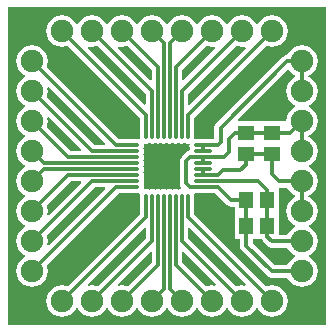
<source format=gtl>
%FSLAX24Y24*%
%MOIN*%
G70*
G01*
G75*
G04 Layer_Physical_Order=1*
G04 Layer_Color=255*
%ADD10R,0.0551X0.0472*%
%ADD11R,0.0472X0.0551*%
%ADD12O,0.0630X0.0118*%
%ADD13O,0.0118X0.0630*%
%ADD14C,0.0118*%
%ADD15C,0.0750*%
G36*
X16296Y3704D02*
X5704D01*
Y14296D01*
X16296D01*
Y3704D01*
D02*
G37*
%LPC*%
G36*
X14500Y14030D02*
X14363Y14011D01*
X14235Y13959D01*
X14126Y13874D01*
X14041Y13765D01*
X14025Y13725D01*
X13975D01*
X13959Y13765D01*
X13874Y13874D01*
X13765Y13959D01*
X13637Y14011D01*
X13500Y14030D01*
X13363Y14011D01*
X13235Y13959D01*
X13126Y13874D01*
X13041Y13765D01*
X13025Y13725D01*
X12975D01*
X12959Y13765D01*
X12874Y13874D01*
X12765Y13959D01*
X12637Y14011D01*
X12500Y14030D01*
X12363Y14011D01*
X12235Y13959D01*
X12126Y13874D01*
X12041Y13765D01*
X12025Y13725D01*
X11975D01*
X11959Y13765D01*
X11874Y13874D01*
X11765Y13959D01*
X11637Y14011D01*
X11500Y14030D01*
X11363Y14011D01*
X11235Y13959D01*
X11126Y13874D01*
X11041Y13765D01*
X11025Y13725D01*
X10975D01*
X10959Y13765D01*
X10874Y13874D01*
X10765Y13959D01*
X10637Y14011D01*
X10500Y14030D01*
X10363Y14011D01*
X10235Y13959D01*
X10126Y13874D01*
X10041Y13765D01*
X10025Y13725D01*
X9975D01*
X9959Y13765D01*
X9874Y13874D01*
X9765Y13959D01*
X9637Y14011D01*
X9500Y14030D01*
X9363Y14011D01*
X9235Y13959D01*
X9126Y13874D01*
X9041Y13765D01*
X9025Y13725D01*
X8975D01*
X8959Y13765D01*
X8874Y13874D01*
X8765Y13959D01*
X8637Y14011D01*
X8500Y14030D01*
X8363Y14011D01*
X8235Y13959D01*
X8126Y13874D01*
X8041Y13765D01*
X8025Y13725D01*
X7975D01*
X7959Y13765D01*
X7874Y13874D01*
X7765Y13959D01*
X7637Y14011D01*
X7500Y14030D01*
X7363Y14011D01*
X7235Y13959D01*
X7126Y13874D01*
X7041Y13765D01*
X6989Y13637D01*
X6970Y13500D01*
X6989Y13363D01*
X7041Y13235D01*
X7126Y13126D01*
X7235Y13041D01*
X7363Y12989D01*
X7500Y12970D01*
X7637Y12989D01*
X7689Y13010D01*
X10098Y10601D01*
Y10476D01*
Y10220D01*
Y9965D01*
X10105Y9931D01*
X10069Y9895D01*
X10035Y9902D01*
X9399D01*
X6990Y12311D01*
X7011Y12363D01*
X7030Y12500D01*
X7011Y12637D01*
X6959Y12765D01*
X6874Y12874D01*
X6765Y12959D01*
X6637Y13011D01*
X6500Y13030D01*
X6363Y13011D01*
X6235Y12959D01*
X6126Y12874D01*
X6041Y12765D01*
X5989Y12637D01*
X5970Y12500D01*
X5989Y12363D01*
X6041Y12235D01*
X6126Y12126D01*
X6235Y12041D01*
X6275Y12025D01*
Y11975D01*
X6235Y11959D01*
X6126Y11874D01*
X6041Y11765D01*
X5989Y11637D01*
X5970Y11500D01*
X5989Y11363D01*
X6041Y11235D01*
X6126Y11126D01*
X6235Y11041D01*
X6275Y11025D01*
Y10975D01*
X6235Y10959D01*
X6126Y10874D01*
X6041Y10765D01*
X5989Y10637D01*
X5970Y10500D01*
X5989Y10363D01*
X6041Y10235D01*
X6126Y10126D01*
X6235Y10041D01*
X6275Y10025D01*
Y9975D01*
X6235Y9959D01*
X6126Y9874D01*
X6041Y9765D01*
X5989Y9637D01*
X5970Y9500D01*
X5989Y9363D01*
X6041Y9235D01*
X6126Y9126D01*
X6235Y9041D01*
X6275Y9025D01*
Y8975D01*
X6235Y8959D01*
X6126Y8874D01*
X6041Y8765D01*
X5989Y8637D01*
X5970Y8500D01*
X5989Y8363D01*
X6041Y8235D01*
X6126Y8126D01*
X6235Y8041D01*
X6275Y8025D01*
Y7975D01*
X6235Y7959D01*
X6126Y7874D01*
X6041Y7765D01*
X5989Y7637D01*
X5970Y7500D01*
X5989Y7363D01*
X6041Y7235D01*
X6126Y7126D01*
X6235Y7041D01*
X6275Y7025D01*
Y6975D01*
X6235Y6959D01*
X6126Y6874D01*
X6041Y6765D01*
X5989Y6637D01*
X5970Y6500D01*
X5989Y6363D01*
X6041Y6235D01*
X6126Y6126D01*
X6235Y6041D01*
X6275Y6025D01*
Y5975D01*
X6235Y5959D01*
X6126Y5874D01*
X6041Y5765D01*
X5989Y5637D01*
X5970Y5500D01*
X5989Y5363D01*
X6041Y5235D01*
X6126Y5126D01*
X6235Y5041D01*
X6363Y4989D01*
X6500Y4970D01*
X6637Y4989D01*
X6765Y5041D01*
X6874Y5126D01*
X6959Y5235D01*
X7011Y5363D01*
X7030Y5500D01*
X7011Y5637D01*
X6990Y5689D01*
X9399Y8098D01*
X10035D01*
X10069Y8105D01*
X10105Y8069D01*
X10098Y8035D01*
Y7780D01*
Y7524D01*
Y7399D01*
X7689Y4990D01*
X7637Y5011D01*
X7500Y5030D01*
X7363Y5011D01*
X7235Y4959D01*
X7126Y4874D01*
X7041Y4765D01*
X6989Y4637D01*
X6970Y4500D01*
X6989Y4363D01*
X7041Y4235D01*
X7126Y4126D01*
X7235Y4041D01*
X7363Y3989D01*
X7500Y3970D01*
X7637Y3989D01*
X7765Y4041D01*
X7874Y4126D01*
X7959Y4235D01*
X7975Y4275D01*
X8025D01*
X8041Y4235D01*
X8126Y4126D01*
X8235Y4041D01*
X8363Y3989D01*
X8500Y3970D01*
X8637Y3989D01*
X8765Y4041D01*
X8874Y4126D01*
X8959Y4235D01*
X8975Y4275D01*
X9025D01*
X9041Y4235D01*
X9126Y4126D01*
X9235Y4041D01*
X9363Y3989D01*
X9500Y3970D01*
X9637Y3989D01*
X9765Y4041D01*
X9874Y4126D01*
X9959Y4235D01*
X9975Y4275D01*
X10025D01*
X10041Y4235D01*
X10126Y4126D01*
X10235Y4041D01*
X10363Y3989D01*
X10500Y3970D01*
X10637Y3989D01*
X10765Y4041D01*
X10874Y4126D01*
X10959Y4235D01*
X10975Y4275D01*
X11025D01*
X11041Y4235D01*
X11126Y4126D01*
X11235Y4041D01*
X11363Y3989D01*
X11500Y3970D01*
X11637Y3989D01*
X11765Y4041D01*
X11874Y4126D01*
X11959Y4235D01*
X11975Y4275D01*
X12025D01*
X12041Y4235D01*
X12126Y4126D01*
X12235Y4041D01*
X12363Y3989D01*
X12500Y3970D01*
X12637Y3989D01*
X12765Y4041D01*
X12874Y4126D01*
X12959Y4235D01*
X12975Y4275D01*
X13025D01*
X13041Y4235D01*
X13126Y4126D01*
X13235Y4041D01*
X13363Y3989D01*
X13500Y3970D01*
X13637Y3989D01*
X13765Y4041D01*
X13874Y4126D01*
X13959Y4235D01*
X13975Y4275D01*
X14025D01*
X14041Y4235D01*
X14126Y4126D01*
X14235Y4041D01*
X14363Y3989D01*
X14500Y3970D01*
X14637Y3989D01*
X14765Y4041D01*
X14874Y4126D01*
X14959Y4235D01*
X15011Y4363D01*
X15030Y4500D01*
X15011Y4637D01*
X14959Y4765D01*
X14874Y4874D01*
X14765Y4959D01*
X14637Y5011D01*
X14500Y5030D01*
X14363Y5011D01*
X14311Y4990D01*
X11902Y7399D01*
Y7780D01*
Y8035D01*
X11897Y8059D01*
X11929Y8098D01*
X12601D01*
X12989Y7709D01*
X12989Y7709D01*
X13058Y7663D01*
X13058Y7663D01*
X13058Y7663D01*
D01*
X13058Y7663D01*
X13058Y7663D01*
X13140Y7647D01*
X13140Y7647D01*
X13259D01*
Y7434D01*
X13259Y7434D01*
X13259Y7426D01*
X13259D01*
Y6574D01*
X13433D01*
Y6354D01*
X13433Y6354D01*
X13449Y6273D01*
X13495Y6204D01*
X14349Y5349D01*
X14349Y5349D01*
X14391Y5322D01*
X14418Y5303D01*
X14500Y5287D01*
X14500Y5287D01*
X15020D01*
X15041Y5235D01*
X15126Y5126D01*
X15235Y5041D01*
X15363Y4989D01*
X15500Y4970D01*
X15637Y4989D01*
X15765Y5041D01*
X15874Y5126D01*
X15959Y5235D01*
X16011Y5363D01*
X16030Y5500D01*
X16011Y5637D01*
X15959Y5765D01*
X15874Y5874D01*
X15765Y5959D01*
X15725Y5975D01*
Y6025D01*
X15765Y6041D01*
X15874Y6126D01*
X15959Y6235D01*
X16011Y6363D01*
X16030Y6500D01*
X16011Y6637D01*
X15959Y6765D01*
X15874Y6874D01*
X15765Y6959D01*
X15725Y6975D01*
Y7025D01*
X15765Y7041D01*
X15874Y7126D01*
X15959Y7235D01*
X16011Y7363D01*
X16030Y7500D01*
X16011Y7637D01*
X15959Y7765D01*
X15874Y7874D01*
X15765Y7959D01*
X15713Y7980D01*
Y8020D01*
X15765Y8041D01*
X15874Y8126D01*
X15959Y8235D01*
X16011Y8363D01*
X16030Y8500D01*
X16011Y8637D01*
X15959Y8765D01*
X15874Y8874D01*
X15765Y8959D01*
X15725Y8975D01*
Y9025D01*
X15765Y9041D01*
X15874Y9126D01*
X15959Y9235D01*
X16011Y9363D01*
X16030Y9500D01*
X16011Y9637D01*
X15959Y9765D01*
X15874Y9874D01*
X15765Y9959D01*
X15713Y9980D01*
Y10020D01*
X15765Y10041D01*
X15874Y10126D01*
X15959Y10235D01*
X16011Y10363D01*
X16030Y10500D01*
X16011Y10637D01*
X15959Y10765D01*
X15874Y10874D01*
X15765Y10959D01*
X15725Y10975D01*
Y11025D01*
X15765Y11041D01*
X15874Y11126D01*
X15959Y11235D01*
X16011Y11363D01*
X16030Y11500D01*
X16011Y11637D01*
X15959Y11765D01*
X15874Y11874D01*
X15765Y11959D01*
X15713Y11980D01*
Y12020D01*
X15765Y12041D01*
X15874Y12126D01*
X15959Y12235D01*
X16011Y12363D01*
X16030Y12500D01*
X16011Y12637D01*
X15959Y12765D01*
X15874Y12874D01*
X15765Y12959D01*
X15637Y13011D01*
X15500Y13030D01*
X15363Y13011D01*
X15235Y12959D01*
X15126Y12874D01*
X15041Y12765D01*
X15020Y12713D01*
X15020D01*
X15020Y12713D01*
X14938Y12697D01*
X14911Y12678D01*
X14869Y12651D01*
X14869Y12651D01*
X12649Y10431D01*
X12603Y10362D01*
X12587Y10280D01*
X12587Y10280D01*
Y9902D01*
X11965D01*
X11931Y9895D01*
X11895Y9931D01*
X11902Y9965D01*
Y10476D01*
Y10601D01*
X14311Y13010D01*
X14363Y12989D01*
X14500Y12970D01*
X14637Y12989D01*
X14765Y13041D01*
X14874Y13126D01*
X14959Y13235D01*
X15011Y13363D01*
X15030Y13500D01*
X15011Y13637D01*
X14959Y13765D01*
X14874Y13874D01*
X14765Y13959D01*
X14637Y14011D01*
X14500Y14030D01*
D02*
G37*
%LPD*%
G36*
X14157Y6564D02*
X14204Y6495D01*
X14349Y6349D01*
X14349Y6349D01*
X14418Y6303D01*
X14500Y6287D01*
X15020D01*
X15041Y6235D01*
X15126Y6126D01*
X15235Y6041D01*
X15275Y6025D01*
Y5975D01*
X15235Y5959D01*
X15126Y5874D01*
X15041Y5765D01*
X15020Y5713D01*
X14588D01*
X13859Y6443D01*
Y6574D01*
X14155D01*
X14157Y6564D01*
D02*
G37*
G36*
X8947Y8249D02*
X7059Y6360D01*
X7014Y6382D01*
X7030Y6500D01*
X7011Y6637D01*
X6990Y6689D01*
X8596Y8295D01*
X8928D01*
X8947Y8249D01*
D02*
G37*
G36*
X8144Y8445D02*
X7059Y7360D01*
X7014Y7382D01*
X7030Y7500D01*
X7011Y7637D01*
X6990Y7689D01*
X7793Y8492D01*
X8125D01*
X8144Y8445D01*
D02*
G37*
G36*
X12640Y5059D02*
X12618Y5014D01*
X12500Y5030D01*
X12363Y5011D01*
X12311Y4990D01*
X11508Y5793D01*
Y6125D01*
X11555Y6144D01*
X12640Y5059D01*
D02*
G37*
G36*
X10492Y6125D02*
Y5793D01*
X9689Y4990D01*
X9637Y5011D01*
X9500Y5030D01*
X9382Y5014D01*
X9360Y5059D01*
X10445Y6144D01*
X10492Y6125D01*
D02*
G37*
G36*
X10295Y6928D02*
Y6596D01*
X8689Y4990D01*
X8637Y5011D01*
X8500Y5030D01*
X8382Y5014D01*
X8360Y5059D01*
X10249Y6947D01*
X10295Y6928D01*
D02*
G37*
G36*
X13640Y5059D02*
X13618Y5014D01*
X13500Y5030D01*
X13363Y5011D01*
X13311Y4990D01*
X11705Y6596D01*
Y6928D01*
X11751Y6947D01*
X13640Y5059D01*
D02*
G37*
G36*
X15041Y8235D02*
X15126Y8126D01*
X15235Y8041D01*
X15275Y8025D01*
Y7975D01*
X15235Y7959D01*
X15126Y7874D01*
X15041Y7765D01*
X14989Y7637D01*
X14970Y7500D01*
X14989Y7363D01*
X15041Y7235D01*
X15126Y7126D01*
X15235Y7041D01*
X15275Y7025D01*
Y6975D01*
X15235Y6959D01*
X15126Y6874D01*
X15041Y6765D01*
X15020Y6713D01*
X14741D01*
Y7426D01*
D01*
Y7426D01*
X14741Y7426D01*
Y7434D01*
X14741D01*
Y8286D01*
X14741Y8286D01*
D01*
X14742Y8287D01*
X15020D01*
X15041Y8235D01*
D02*
G37*
G36*
X12363Y12989D02*
X12500Y12970D01*
X12618Y12986D01*
X12640Y12941D01*
X11555Y11856D01*
X11508Y11875D01*
Y12207D01*
X12311Y13010D01*
X12363Y12989D01*
D02*
G37*
G36*
X13363D02*
X13500Y12970D01*
X13618Y12986D01*
X13640Y12941D01*
X11751Y11053D01*
X11705Y11072D01*
Y11404D01*
X13311Y13010D01*
X13363Y12989D01*
D02*
G37*
G36*
X10492Y12207D02*
Y11875D01*
X10445Y11856D01*
X9360Y12941D01*
X9382Y12986D01*
X9500Y12970D01*
X9637Y12989D01*
X9689Y13010D01*
X10492Y12207D01*
D02*
G37*
G36*
X10295Y11404D02*
Y11072D01*
X10249Y11053D01*
X8360Y12941D01*
X8382Y12986D01*
X8500Y12970D01*
X8637Y12989D01*
X8689Y13010D01*
X10295Y11404D01*
D02*
G37*
G36*
X8947Y9751D02*
X8928Y9705D01*
X8596D01*
X6990Y11311D01*
X7011Y11363D01*
X7030Y11500D01*
X7014Y11618D01*
X7059Y11640D01*
X8947Y9751D01*
D02*
G37*
G36*
X8144Y9555D02*
X8125Y9508D01*
X7793D01*
X6990Y10311D01*
X7011Y10363D01*
X7030Y10500D01*
X7014Y10618D01*
X7059Y10640D01*
X8144Y9555D01*
D02*
G37*
G36*
X15071Y12197D02*
X15126Y12126D01*
X15235Y12041D01*
X15275Y12025D01*
Y11975D01*
X15235Y11959D01*
X15126Y11874D01*
X15041Y11765D01*
X14989Y11637D01*
X14970Y11500D01*
X14989Y11363D01*
X15041Y11235D01*
X15126Y11126D01*
X15235Y11041D01*
X15275Y11025D01*
Y10975D01*
X15235Y10959D01*
X15126Y10874D01*
X15041Y10765D01*
X14989Y10637D01*
X14970Y10500D01*
X14967Y10496D01*
X14926Y10491D01*
X14926Y10491D01*
X14926Y10491D01*
X14074D01*
D01*
D01*
X14074Y10491D01*
X14066D01*
Y10491D01*
X13377D01*
X13358Y10537D01*
X15021Y12200D01*
X15071Y12197D01*
D02*
G37*
G36*
X11607Y9768D02*
X11689Y9751D01*
X11723Y9758D01*
X11758Y9723D01*
X11751Y9689D01*
X11768Y9607D01*
X11779Y9591D01*
X11768Y9574D01*
X11754Y9506D01*
X11684Y9492D01*
X11615Y9446D01*
X11615Y9446D01*
X11489Y9321D01*
X11443Y9252D01*
X11427Y9170D01*
X11427Y9170D01*
Y8430D01*
X11427Y8430D01*
X11443Y8348D01*
X11483Y8289D01*
X11471Y8261D01*
X11450Y8240D01*
X11411Y8232D01*
X11394Y8221D01*
X11377Y8232D01*
X11295Y8249D01*
X11214Y8232D01*
X11197Y8221D01*
X11180Y8232D01*
X11098Y8249D01*
X11017Y8232D01*
X11000Y8221D01*
X10983Y8232D01*
X10902Y8249D01*
X10820Y8232D01*
X10803Y8221D01*
X10786Y8232D01*
X10705Y8249D01*
X10623Y8232D01*
X10606Y8221D01*
X10589Y8232D01*
X10508Y8249D01*
X10426Y8232D01*
X10409Y8221D01*
X10393Y8232D01*
X10311Y8249D01*
X10277Y8242D01*
X10242Y8277D01*
X10249Y8311D01*
X10232Y8393D01*
X10221Y8409D01*
X10232Y8426D01*
X10249Y8508D01*
X10232Y8589D01*
X10221Y8606D01*
X10232Y8623D01*
X10249Y8705D01*
X10232Y8786D01*
X10221Y8803D01*
X10232Y8820D01*
X10249Y8902D01*
X10232Y8983D01*
X10221Y9000D01*
X10232Y9017D01*
X10249Y9098D01*
X10232Y9180D01*
X10221Y9197D01*
X10232Y9214D01*
X10249Y9295D01*
X10232Y9377D01*
X10221Y9394D01*
X10232Y9411D01*
X10249Y9492D01*
X10232Y9574D01*
X10221Y9591D01*
X10232Y9607D01*
X10249Y9689D01*
X10242Y9723D01*
X10277Y9758D01*
X10311Y9751D01*
X10393Y9768D01*
X10409Y9779D01*
X10426Y9768D01*
X10508Y9751D01*
X10589Y9768D01*
X10606Y9779D01*
X10623Y9768D01*
X10705Y9751D01*
X10786Y9768D01*
X10803Y9779D01*
X10820Y9768D01*
X10902Y9751D01*
X10983Y9768D01*
X11000Y9779D01*
X11017Y9768D01*
X11098Y9751D01*
X11180Y9768D01*
X11197Y9779D01*
X11214Y9768D01*
X11295Y9751D01*
X11377Y9768D01*
X11394Y9779D01*
X11411Y9768D01*
X11492Y9751D01*
X11574Y9768D01*
X11591Y9779D01*
X11607Y9768D01*
D02*
G37*
D10*
X13640Y10104D02*
D03*
Y9396D02*
D03*
X14500Y10104D02*
D03*
Y9396D02*
D03*
D11*
X13646Y7860D02*
D03*
X14354D02*
D03*
X13646Y7000D02*
D03*
X14354D02*
D03*
D12*
X9780Y9689D02*
D03*
Y9492D02*
D03*
Y9295D02*
D03*
Y9098D02*
D03*
Y8902D02*
D03*
Y8705D02*
D03*
Y8508D02*
D03*
Y8311D02*
D03*
X12220D02*
D03*
Y8508D02*
D03*
Y8705D02*
D03*
Y8902D02*
D03*
Y9098D02*
D03*
Y9295D02*
D03*
Y9492D02*
D03*
Y9689D02*
D03*
D13*
X10311Y7780D02*
D03*
X10508D02*
D03*
X10705D02*
D03*
X10902D02*
D03*
X11098D02*
D03*
X11295D02*
D03*
X11492D02*
D03*
X11689D02*
D03*
Y10220D02*
D03*
X11492D02*
D03*
X11295D02*
D03*
X11098D02*
D03*
X10902D02*
D03*
X10705D02*
D03*
X10508D02*
D03*
X10311D02*
D03*
D14*
X11689D02*
Y10689D01*
X14500Y13500D01*
X13640Y9050D02*
Y9396D01*
X13450Y8860D02*
X13640Y9050D01*
X12870Y8860D02*
X13450D01*
X12715Y8705D02*
X12870Y8860D01*
X12220Y8705D02*
X12715D01*
X15020Y12500D02*
X15500D01*
X12800Y10280D02*
X15020Y12500D01*
X12800Y9800D02*
Y10280D01*
X12220Y8311D02*
X12689D01*
X12220D02*
X12220D01*
X13640Y10104D02*
X14500D01*
X13264D02*
X13640D01*
X13080Y9920D02*
X13264Y10104D01*
X13080Y9480D02*
Y9920D01*
X12895Y9295D02*
X13080Y9480D01*
X12689Y9689D02*
X12800Y9800D01*
X12220Y9689D02*
X12689D01*
X12220Y9295D02*
X12895D01*
X13640Y9396D02*
X14500D01*
Y8740D02*
Y9396D01*
Y10104D02*
X15104D01*
X15500Y10500D01*
X11492Y11492D02*
X13500Y13500D01*
X11492Y10220D02*
Y11492D01*
X13140Y7860D02*
X13646D01*
X12689Y8311D02*
X13140Y7860D01*
X14740Y8500D02*
X15500D01*
X14500Y8740D02*
X14740Y8500D01*
X11640Y8430D02*
Y9170D01*
X11765Y9295D01*
X12220D01*
X11759Y8311D02*
X12220D01*
X11640Y8430D02*
X11759Y8311D01*
X12220Y9098D02*
Y9295D01*
X14500Y5500D02*
X15500D01*
X13646Y6354D02*
X14500Y5500D01*
X13646Y6354D02*
Y7000D01*
X14354Y6646D02*
Y7000D01*
Y6646D02*
X14500Y6500D01*
X15500D01*
X12220Y8705D02*
Y8902D01*
X10508Y10220D02*
Y11492D01*
X8500Y13500D02*
X10508Y11492D01*
X7705Y9295D02*
X9780D01*
X6500Y10500D02*
X7705Y9295D01*
Y8705D02*
X9780D01*
X6500Y7500D02*
X7705Y8705D01*
X11689Y7311D02*
Y7780D01*
Y7311D02*
X14500Y4500D01*
X11295Y12295D02*
X12500Y13500D01*
X11295Y10220D02*
Y12295D01*
X11098Y10220D02*
Y13098D01*
X11500Y13500D01*
X10902Y10220D02*
Y13098D01*
X10500Y13500D02*
X10902Y13098D01*
X10705Y10220D02*
Y12295D01*
X9500Y13500D02*
X10705Y12295D01*
X10311Y10220D02*
Y10689D01*
X7500Y13500D02*
X10311Y10689D01*
X12220Y8508D02*
X14046D01*
X14354Y8200D01*
Y7860D02*
Y8200D01*
X9311Y8311D02*
X9780D01*
X6500Y5500D02*
X9311Y8311D01*
X10311Y7311D02*
Y7780D01*
X7500Y4500D02*
X10311Y7311D01*
X9311Y9689D02*
X9780D01*
X6500Y12500D02*
X9311Y9689D01*
X8508Y8508D02*
X9780D01*
X6500Y6500D02*
X8508Y8508D01*
X10508Y6508D02*
Y7780D01*
X8500Y4500D02*
X10508Y6508D01*
X8508Y9492D02*
X9780D01*
X6500Y11500D02*
X8508Y9492D01*
X11492Y6508D02*
Y7780D01*
Y6508D02*
X13500Y4500D01*
X10705Y5705D02*
Y7780D01*
X9500Y4500D02*
X10705Y5705D01*
X11295D02*
Y7780D01*
Y5705D02*
X12500Y4500D01*
X6902Y8902D02*
X9780D01*
X6500Y8500D02*
X6902Y8902D01*
Y9098D02*
X9780D01*
X6500Y9500D02*
X6902Y9098D01*
X10902Y4902D02*
Y7780D01*
X10500Y4500D02*
X10902Y4902D01*
X11098D02*
Y7780D01*
Y4902D02*
X11500Y4500D01*
X15500Y9500D02*
Y10500D01*
X13646Y7000D02*
Y7860D01*
X15500Y7500D02*
Y8500D01*
X14354Y7000D02*
Y7860D01*
X15500Y11500D02*
Y12500D01*
X12220Y9492D02*
Y9689D01*
D15*
X7500Y13500D02*
D03*
X8500D02*
D03*
X9500D02*
D03*
X10500D02*
D03*
X11500D02*
D03*
X12500D02*
D03*
X13500D02*
D03*
X14500D02*
D03*
X6500Y5500D02*
D03*
Y6500D02*
D03*
Y7500D02*
D03*
Y8500D02*
D03*
Y9500D02*
D03*
Y10500D02*
D03*
Y11500D02*
D03*
Y12500D02*
D03*
X15500D02*
D03*
Y11500D02*
D03*
Y10500D02*
D03*
Y9500D02*
D03*
Y8500D02*
D03*
Y7500D02*
D03*
Y6500D02*
D03*
Y5500D02*
D03*
X14500Y4500D02*
D03*
X13500D02*
D03*
X12500D02*
D03*
X11500D02*
D03*
X10500D02*
D03*
X9500D02*
D03*
X8500D02*
D03*
X7500D02*
D03*
M02*

</source>
